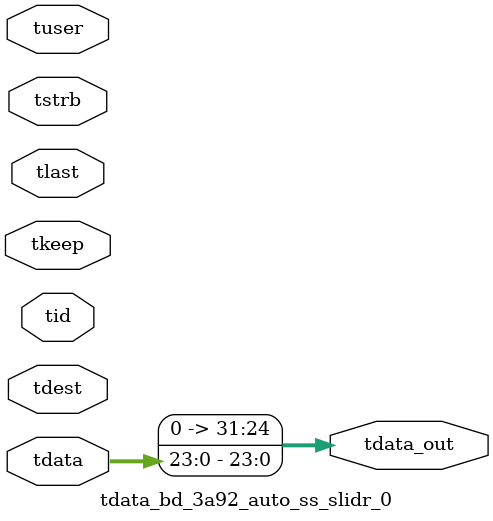
<source format=v>


`timescale 1ps/1ps

module tdata_bd_3a92_auto_ss_slidr_0 #
(
parameter C_S_AXIS_TDATA_WIDTH = 32,
parameter C_S_AXIS_TUSER_WIDTH = 0,
parameter C_S_AXIS_TID_WIDTH   = 0,
parameter C_S_AXIS_TDEST_WIDTH = 0,
parameter C_M_AXIS_TDATA_WIDTH = 32
)
(
input  [(C_S_AXIS_TDATA_WIDTH == 0 ? 1 : C_S_AXIS_TDATA_WIDTH)-1:0     ] tdata,
input  [(C_S_AXIS_TUSER_WIDTH == 0 ? 1 : C_S_AXIS_TUSER_WIDTH)-1:0     ] tuser,
input  [(C_S_AXIS_TID_WIDTH   == 0 ? 1 : C_S_AXIS_TID_WIDTH)-1:0       ] tid,
input  [(C_S_AXIS_TDEST_WIDTH == 0 ? 1 : C_S_AXIS_TDEST_WIDTH)-1:0     ] tdest,
input  [(C_S_AXIS_TDATA_WIDTH/8)-1:0 ] tkeep,
input  [(C_S_AXIS_TDATA_WIDTH/8)-1:0 ] tstrb,
input                                                                    tlast,
output [C_M_AXIS_TDATA_WIDTH-1:0] tdata_out
);

assign tdata_out = {tdata[23:0]};

endmodule


</source>
